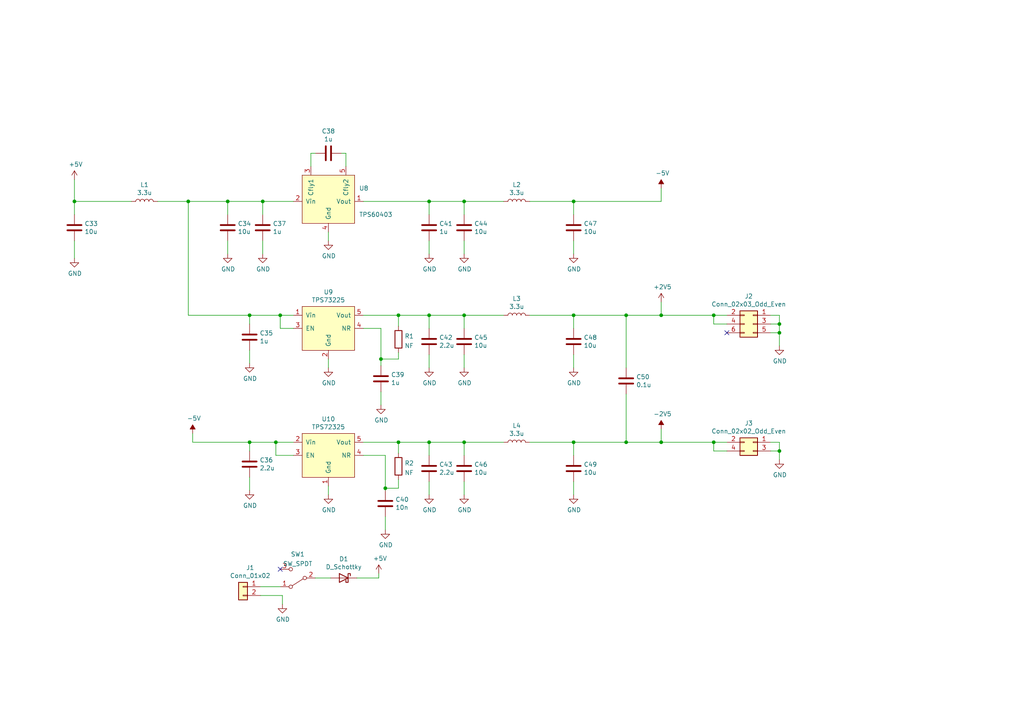
<source format=kicad_sch>
(kicad_sch (version 20211123) (generator eeschema)
  (paper "A4")
  (lib_symbols
    (symbol "Connector_Generic:Conn_01x02" (pin_names (offset 1.016) hide)
      (property "Reference" "J" (at 0 2.54 0))
      (property "Value" "Conn_01x02" (at 0 -5.08 0))
      (symbol "Conn_01x02_1_1"
        (rectangle (start -1.27 -2.413) (end 0 -2.667) (stroke (width 0.1524)))
        (rectangle (start -1.27 0.127) (end 0 -0.127) (stroke (width 0.1524)))
        (rectangle (start -1.27 1.27) (end 1.27 -3.81) (stroke (width 0.254)) (fill (type background)))
        (pin passive line (at -5.08 0 0) (length 3.81) (name "Pin_1") (number "1"))
        (pin passive line (at -5.08 -2.54 0) (length 3.81) (name "Pin_2") (number "2"))
      )
    )
    (symbol "Connector_Generic:Conn_02x02_Odd_Even" (pin_names (offset 1.016) hide)
      (property "Reference" "J" (at 1.27 2.54 0))
      (property "Value" "Conn_02x02_Odd_Even" (at 1.27 -5.08 0))
      (symbol "Conn_02x02_Odd_Even_1_1"
        (rectangle (start -1.27 -2.413) (end 0 -2.667) (stroke (width 0.1524)))
        (rectangle (start -1.27 0.127) (end 0 -0.127) (stroke (width 0.1524)))
        (rectangle (start -1.27 1.27) (end 3.81 -3.81) (stroke (width 0.254)) (fill (type background)))
        (rectangle (start 3.81 -2.413) (end 2.54 -2.667) (stroke (width 0.1524)))
        (rectangle (start 3.81 0.127) (end 2.54 -0.127) (stroke (width 0.1524)))
        (pin passive line (at -5.08 0 0) (length 3.81) (name "Pin_1") (number "1"))
        (pin passive line (at 7.62 0 180) (length 3.81) (name "Pin_2") (number "2"))
        (pin passive line (at -5.08 -2.54 0) (length 3.81) (name "Pin_3") (number "3"))
        (pin passive line (at 7.62 -2.54 180) (length 3.81) (name "Pin_4") (number "4"))
      )
    )
    (symbol "Connector_Generic:Conn_02x03_Odd_Even" (pin_names (offset 1.016) hide)
      (property "Reference" "J" (at 1.27 5.08 0))
      (property "Value" "Conn_02x03_Odd_Even" (at 1.27 -5.08 0))
      (symbol "Conn_02x03_Odd_Even_1_1"
        (rectangle (start -1.27 -2.413) (end 0 -2.667) (stroke (width 0.1524)))
        (rectangle (start -1.27 0.127) (end 0 -0.127) (stroke (width 0.1524)))
        (rectangle (start -1.27 2.667) (end 0 2.413) (stroke (width 0.1524)))
        (rectangle (start -1.27 3.81) (end 3.81 -3.81) (stroke (width 0.254)) (fill (type background)))
        (rectangle (start 3.81 -2.413) (end 2.54 -2.667) (stroke (width 0.1524)))
        (rectangle (start 3.81 0.127) (end 2.54 -0.127) (stroke (width 0.1524)))
        (rectangle (start 3.81 2.667) (end 2.54 2.413) (stroke (width 0.1524)))
        (pin passive line (at -5.08 2.54 0) (length 3.81) (name "Pin_1") (number "1"))
        (pin passive line (at 7.62 2.54 180) (length 3.81) (name "Pin_2") (number "2"))
        (pin passive line (at -5.08 0 0) (length 3.81) (name "Pin_3") (number "3"))
        (pin passive line (at 7.62 0 180) (length 3.81) (name "Pin_4") (number "4"))
        (pin passive line (at -5.08 -2.54 0) (length 3.81) (name "Pin_5") (number "5"))
        (pin passive line (at 7.62 -2.54 180) (length 3.81) (name "Pin_6") (number "6"))
      )
    )
    (symbol "Device:C" (pin_numbers hide) (pin_names (offset 0.254))
      (property "Reference" "C" (at 0.635 2.54 0))
      (property "Value" "C" (at 0.635 -2.54 0))
      (symbol "C_0_1"
        (polyline (pts (xy -2.032 -0.762) (xy 2.032 -0.762)) (stroke (width 0.508)))
        (polyline (pts (xy -2.032 0.762) (xy 2.032 0.762)) (stroke (width 0.508)))
      )
      (symbol "C_1_1"
        (pin passive line (at 0 3.81 270) (length 2.794) (name "~") (number "1"))
        (pin passive line (at 0 -3.81 90) (length 2.794) (name "~") (number "2"))
      )
    )
    (symbol "Device:D_Schottky" (pin_numbers hide) (pin_names (offset 1.016) hide)
      (property "Reference" "D" (at 0 2.54 0))
      (property "Value" "D_Schottky" (at 0 -2.54 0))
      (symbol "D_Schottky_0_1"
        (polyline (pts (xy 1.27 0) (xy -1.27 0)))
        (polyline (pts (xy 1.27 1.27) (xy 1.27 -1.27) (xy -1.27 0) (xy 1.27 1.27)) (stroke (width 0.254)))
        (polyline (pts (xy -1.905 0.635) (xy -1.905 1.27) (xy -1.27 1.27) (xy -1.27 -1.27) (xy -0.635 -1.27) (xy -0.635 -0.635)) (stroke (width 0.254)))
      )
      (symbol "D_Schottky_1_1"
        (pin passive line (at -3.81 0 0) (length 2.54) (name "K") (number "1"))
        (pin passive line (at 3.81 0 180) (length 2.54) (name "A") (number "2"))
      )
    )
    (symbol "Device:L" (pin_numbers hide) (pin_names (offset 1.016) hide)
      (property "Reference" "L" (at -1.27 0 90))
      (property "Value" "L" (at 1.905 0 90))
      (symbol "L_0_1"
        (arc (start 0 -2.54) (mid 0.635 -1.905) (end 0 -1.27))
        (arc (start 0 -1.27) (mid 0.635 -0.635) (end 0 0))
        (arc (start 0 0) (mid 0.635 0.635) (end 0 1.27))
        (arc (start 0 1.27) (mid 0.635 1.905) (end 0 2.54))
      )
      (symbol "L_1_1"
        (pin passive line (at 0 3.81 270) (length 1.27) (name "1") (number "1"))
        (pin passive line (at 0 -3.81 90) (length 1.27) (name "2") (number "2"))
      )
    )
    (symbol "Device:R" (pin_numbers hide) (pin_names (offset 0))
      (property "Reference" "R" (at 2.032 0 90))
      (property "Value" "R" (at 0 0 90))
      (symbol "R_0_1"
        (rectangle (start -1.016 -2.54) (end 1.016 2.54) (stroke (width 0.254)))
      )
      (symbol "R_1_1"
        (pin passive line (at 0 3.81 270) (length 1.27) (name "~") (number "1"))
        (pin passive line (at 0 -3.81 90) (length 1.27) (name "~") (number "2"))
      )
    )
    (symbol "OpenBCI_ESP32:TPS60403" (pin_names (offset 1.016))
      (property "Reference" "U" (at 5.08 -7.62 0))
      (property "Value" "TPS60403" (at -12.7 6.35 0))
      (symbol "TPS60403_0_1"
        (rectangle (start -7.62 7.62) (end 7.62 -6.35) (fill (type background)))
      )
      (symbol "TPS60403_1_1"
        (pin power_out line (at 10.16 0 180) (length 2.54) (name "Vout") (number "1"))
        (pin power_in line (at -10.16 0 0) (length 2.54) (name "Vin") (number "2"))
        (pin passive line (at -5.08 10.16 270) (length 2.54) (name "Cfly1") (number "3"))
        (pin power_in line (at 0 -8.89 90) (length 2.54) (name "Gnd") (number "4"))
        (pin passive line (at 5.08 10.16 270) (length 2.54) (name "Cfly2") (number "5"))
      )
    )
    (symbol "OpenBCI_ESP32:TPS72325" (pin_names (offset 1.016))
      (property "Reference" "U" (at 3.81 7.62 0))
      (property "Value" "TPS72325" (at -6.35 7.62 0))
      (symbol "TPS72325_1_1"
        (rectangle (start -7.62 6.35) (end 7.62 -6.35) (fill (type background)))
        (pin power_in line (at 0 -8.89 90) (length 2.54) (name "Gnd") (number "1"))
        (pin power_in line (at -10.16 3.81 0) (length 2.54) (name "Vin") (number "2"))
        (pin input line (at -10.16 0 0) (length 2.54) (name "EN") (number "3"))
        (pin passive line (at 10.16 0 180) (length 2.54) (name "NR") (number "4"))
        (pin power_out line (at 10.16 3.81 180) (length 2.54) (name "Vout") (number "5"))
      )
    )
    (symbol "OpenBCI_ESP32:TPS73225" (pin_names (offset 1.016))
      (property "Reference" "U" (at 3.81 7.62 0))
      (property "Value" "TPS73225" (at -7.62 7.62 0))
      (symbol "TPS73225_0_1"
        (rectangle (start -7.62 6.35) (end 7.62 -6.35) (fill (type background)))
      )
      (symbol "TPS73225_1_1"
        (pin power_in line (at -10.16 3.81 0) (length 2.54) (name "Vin") (number "1"))
        (pin power_in line (at 0 -8.89 90) (length 2.54) (name "Gnd") (number "2"))
        (pin input line (at -10.16 0 0) (length 2.54) (name "EN") (number "3"))
        (pin passive line (at 10.16 0 180) (length 2.54) (name "NR") (number "4"))
        (pin power_out line (at 10.16 3.81 180) (length 2.54) (name "Vout") (number "5"))
      )
    )
    (symbol "Switch:SW_SPDT" (pin_names (offset 0) hide)
      (property "Reference" "SW" (at 0 4.318 0))
      (property "Value" "SW_SPDT" (at 0 -5.08 0))
      (symbol "SW_SPDT_0_0"
        (circle (center -2.032 0) (radius 0.508))
        (circle (center 2.032 -2.54) (radius 0.508))
      )
      (symbol "SW_SPDT_0_1"
        (polyline (pts (xy -1.524 0.254) (xy 1.651 2.286)))
        (circle (center 2.032 2.54) (radius 0.508))
      )
      (symbol "SW_SPDT_1_1"
        (pin passive line (at 5.08 2.54 180) (length 2.54) (name "A") (number "1"))
        (pin passive line (at -5.08 0 0) (length 2.54) (name "B") (number "2"))
        (pin passive line (at 5.08 -2.54 180) (length 2.54) (name "C") (number "3"))
      )
    )
    (symbol "power:+2V5" (power) (pin_names (offset 0))
      (property "Value" "+2V5" (at 0 3.556 0))
      (symbol "+2V5_0_1"
        (polyline (pts (xy -0.762 1.27) (xy 0 2.54)))
        (polyline (pts (xy 0 0) (xy 0 2.54)))
        (polyline (pts (xy 0 2.54) (xy 0.762 1.27)))
      )
      (symbol "+2V5_1_1"
        (pin power_in line (at 0 0 90) (length 0) hide (name "+2V5") (number "1"))
      )
    )
    (symbol "power:+5V" (power) (pin_names (offset 0))
      (property "Value" "+5V" (at 0 3.556 0))
      (symbol "+5V_0_1"
        (polyline (pts (xy -0.762 1.27) (xy 0 2.54)))
        (polyline (pts (xy 0 0) (xy 0 2.54)))
        (polyline (pts (xy 0 2.54) (xy 0.762 1.27)))
      )
      (symbol "+5V_1_1"
        (pin power_in line (at 0 0 90) (length 0) hide (name "+5V") (number "1"))
      )
    )
    (symbol "power:-2V5" (power) (pin_names (offset 0))
      (property "Value" "-2V5" (at 0 3.81 0))
      (symbol "-2V5_0_0"
        (pin power_in line (at 0 0 90) (length 0) hide (name "-2V5") (number "1"))
      )
      (symbol "-2V5_0_1"
        (polyline (pts (xy 0 0) (xy 0 1.27) (xy 0.762 1.27) (xy 0 2.54) (xy -0.762 1.27) (xy 0 1.27)) (fill (type outline)))
      )
    )
    (symbol "power:-5V" (power) (pin_names (offset 0))
      (property "Value" "-5V" (at 0 3.81 0))
      (symbol "-5V_0_0"
        (pin power_in line (at 0 0 90) (length 0) hide (name "-5V") (number "1"))
      )
      (symbol "-5V_0_1"
        (polyline (pts (xy 0 0) (xy 0 1.27) (xy 0.762 1.27) (xy 0 2.54) (xy -0.762 1.27) (xy 0 1.27)) (fill (type outline)))
      )
    )
    (symbol "power:GND" (power) (pin_names (offset 0))
      (property "Value" "GND" (at 0 -3.81 0))
      (symbol "GND_0_1"
        (polyline (pts (xy 0 0) (xy 0 -1.27) (xy 1.27 -1.27) (xy 0 -2.54) (xy -1.27 -1.27) (xy 0 -1.27)))
      )
      (symbol "GND_1_1"
        (pin power_in line (at 0 0 270) (length 0) hide (name "GND") (number "1"))
      )
    )
  )
  (junction (at 207.01 128.27))
  (junction (at 124.46 58.42))
  (junction (at 111.76 141.605))
  (junction (at 76.2 58.42))
  (junction (at 80.01 128.27))
  (junction (at 115.57 128.27))
  (junction (at 115.57 91.44))
  (junction (at 66.04 58.42))
  (junction (at 134.62 128.27))
  (junction (at 207.01 91.44))
  (junction (at 181.61 128.27))
  (junction (at 166.37 58.42))
  (junction (at 226.06 93.98))
  (junction (at 124.46 128.27))
  (junction (at 226.06 96.52))
  (junction (at 181.61 91.44))
  (junction (at 166.37 91.44))
  (junction (at 72.39 91.44))
  (junction (at 21.59 58.42))
  (junction (at 110.49 104.14))
  (junction (at 81.28 91.44))
  (junction (at 134.62 91.44))
  (junction (at 134.62 58.42))
  (junction (at 124.46 91.44))
  (junction (at 191.77 91.44))
  (junction (at 191.77 128.27))
  (junction (at 54.61 58.42))
  (junction (at 72.39 128.27))
  (junction (at 166.37 128.27))
  (junction (at 226.06 130.81))
  (no_connect (at 81.28 165.1))
  (no_connect (at 210.82 96.52))
  (wire (pts (xy 226.06 96.52) (xy 226.06 100.33)))
  (wire (pts (xy 66.04 62.23) (xy 66.04 58.42)))
  (wire (pts (xy 191.77 124.46) (xy 191.77 128.27)))
  (wire (pts (xy 111.76 132.08) (xy 111.76 141.605)))
  (wire (pts (xy 223.52 128.27) (xy 226.06 128.27)))
  (wire (pts (xy 223.52 91.44) (xy 226.06 91.44)))
  (wire (pts (xy 134.62 143.51) (xy 134.62 139.7)))
  (wire (pts (xy 105.41 91.44) (xy 115.57 91.44)))
  (wire (pts (xy 153.67 91.44) (xy 166.37 91.44)))
  (wire (pts (xy 72.39 91.44) (xy 72.39 93.98)))
  (wire (pts (xy 110.49 117.475) (xy 110.49 113.665)))
  (wire (pts (xy 76.2 58.42) (xy 85.09 58.42)))
  (wire (pts (xy 54.61 58.42) (xy 66.04 58.42)))
  (wire (pts (xy 72.39 105.41) (xy 72.39 101.6)))
  (wire (pts (xy 80.01 128.27) (xy 85.09 128.27)))
  (wire (pts (xy 166.37 106.68) (xy 166.37 102.87)))
  (wire (pts (xy 207.01 128.27) (xy 191.77 128.27)))
  (wire (pts (xy 105.41 128.27) (xy 115.57 128.27)))
  (wire (pts (xy 115.57 139.065) (xy 115.57 141.605)))
  (wire (pts (xy 134.62 128.27) (xy 146.05 128.27)))
  (wire (pts (xy 166.37 58.42) (xy 191.77 58.42)))
  (wire (pts (xy 124.46 95.25) (xy 124.46 91.44)))
  (wire (pts (xy 226.06 128.27) (xy 226.06 130.81)))
  (wire (pts (xy 111.76 141.605) (xy 115.57 141.605)))
  (wire (pts (xy 95.25 104.14) (xy 95.25 106.68)))
  (wire (pts (xy 115.57 128.27) (xy 115.57 131.445)))
  (wire (pts (xy 134.62 62.23) (xy 134.62 58.42)))
  (wire (pts (xy 72.39 91.44) (xy 54.61 91.44)))
  (wire (pts (xy 207.01 93.98) (xy 207.01 91.44)))
  (wire (pts (xy 124.46 128.27) (xy 134.62 128.27)))
  (wire (pts (xy 226.06 130.81) (xy 226.06 133.35)))
  (wire (pts (xy 115.57 102.235) (xy 115.57 104.14)))
  (wire (pts (xy 134.62 106.68) (xy 134.62 102.87)))
  (wire (pts (xy 91.44 44.45) (xy 90.17 44.45)))
  (wire (pts (xy 105.41 132.08) (xy 111.76 132.08)))
  (wire (pts (xy 91.44 167.64) (xy 95.885 167.64)))
  (wire (pts (xy 81.28 91.44) (xy 72.39 91.44)))
  (wire (pts (xy 115.57 91.44) (xy 115.57 94.615)))
  (wire (pts (xy 166.37 58.42) (xy 166.37 62.23)))
  (wire (pts (xy 153.67 58.42) (xy 166.37 58.42)))
  (wire (pts (xy 81.28 95.25) (xy 81.28 91.44)))
  (wire (pts (xy 115.57 91.44) (xy 124.46 91.44)))
  (wire (pts (xy 110.49 95.25) (xy 110.49 104.14)))
  (wire (pts (xy 124.46 106.68) (xy 124.46 102.87)))
  (wire (pts (xy 21.59 58.42) (xy 21.59 62.23)))
  (wire (pts (xy 124.46 132.08) (xy 124.46 128.27)))
  (wire (pts (xy 166.37 73.66) (xy 166.37 69.85)))
  (wire (pts (xy 100.33 44.45) (xy 100.33 48.26)))
  (wire (pts (xy 124.46 73.66) (xy 124.46 69.85)))
  (wire (pts (xy 72.39 128.27) (xy 80.01 128.27)))
  (wire (pts (xy 110.49 104.14) (xy 110.49 106.045)))
  (wire (pts (xy 85.09 91.44) (xy 81.28 91.44)))
  (wire (pts (xy 153.67 128.27) (xy 166.37 128.27)))
  (wire (pts (xy 124.46 58.42) (xy 134.62 58.42)))
  (wire (pts (xy 207.01 130.81) (xy 207.01 128.27)))
  (wire (pts (xy 95.25 140.97) (xy 95.25 143.51)))
  (wire (pts (xy 75.565 170.18) (xy 81.28 170.18)))
  (wire (pts (xy 75.565 172.72) (xy 81.915 172.72)))
  (wire (pts (xy 21.59 52.07) (xy 21.59 58.42)))
  (wire (pts (xy 55.88 128.27) (xy 72.39 128.27)))
  (wire (pts (xy 166.37 91.44) (xy 181.61 91.44)))
  (wire (pts (xy 124.46 62.23) (xy 124.46 58.42)))
  (wire (pts (xy 166.37 128.27) (xy 166.37 132.08)))
  (wire (pts (xy 181.61 91.44) (xy 191.77 91.44)))
  (wire (pts (xy 66.04 58.42) (xy 76.2 58.42)))
  (wire (pts (xy 166.37 91.44) (xy 166.37 95.25)))
  (wire (pts (xy 166.37 128.27) (xy 181.61 128.27)))
  (wire (pts (xy 115.57 128.27) (xy 124.46 128.27)))
  (wire (pts (xy 134.62 73.66) (xy 134.62 69.85)))
  (wire (pts (xy 103.505 167.64) (xy 109.855 167.64)))
  (wire (pts (xy 90.17 44.45) (xy 90.17 48.26)))
  (wire (pts (xy 66.04 73.66) (xy 66.04 69.85)))
  (wire (pts (xy 191.77 54.61) (xy 191.77 58.42)))
  (wire (pts (xy 181.61 128.27) (xy 191.77 128.27)))
  (wire (pts (xy 223.52 93.98) (xy 226.06 93.98)))
  (wire (pts (xy 115.57 104.14) (xy 110.49 104.14)))
  (wire (pts (xy 191.77 87.63) (xy 191.77 91.44)))
  (wire (pts (xy 54.61 91.44) (xy 54.61 58.42)))
  (wire (pts (xy 134.62 132.08) (xy 134.62 128.27)))
  (wire (pts (xy 223.52 130.81) (xy 226.06 130.81)))
  (wire (pts (xy 95.25 67.31) (xy 95.25 69.85)))
  (wire (pts (xy 85.09 95.25) (xy 81.28 95.25)))
  (wire (pts (xy 226.06 91.44) (xy 226.06 93.98)))
  (wire (pts (xy 105.41 58.42) (xy 124.46 58.42)))
  (wire (pts (xy 99.06 44.45) (xy 100.33 44.45)))
  (wire (pts (xy 109.855 167.64) (xy 109.855 166.37)))
  (wire (pts (xy 124.46 91.44) (xy 134.62 91.44)))
  (wire (pts (xy 21.59 58.42) (xy 38.1 58.42)))
  (wire (pts (xy 80.01 132.08) (xy 80.01 128.27)))
  (wire (pts (xy 105.41 95.25) (xy 110.49 95.25)))
  (wire (pts (xy 134.62 95.25) (xy 134.62 91.44)))
  (wire (pts (xy 111.76 141.605) (xy 111.76 142.24)))
  (wire (pts (xy 81.915 172.72) (xy 81.915 175.26)))
  (wire (pts (xy 181.61 106.68) (xy 181.61 91.44)))
  (wire (pts (xy 45.72 58.42) (xy 54.61 58.42)))
  (wire (pts (xy 21.59 74.93) (xy 21.59 69.85)))
  (wire (pts (xy 72.39 130.81) (xy 72.39 128.27)))
  (wire (pts (xy 207.01 128.27) (xy 210.82 128.27)))
  (wire (pts (xy 166.37 143.51) (xy 166.37 139.7)))
  (wire (pts (xy 226.06 93.98) (xy 226.06 96.52)))
  (wire (pts (xy 72.39 138.43) (xy 72.39 142.24)))
  (wire (pts (xy 85.09 132.08) (xy 80.01 132.08)))
  (wire (pts (xy 210.82 93.98) (xy 207.01 93.98)))
  (wire (pts (xy 134.62 91.44) (xy 146.05 91.44)))
  (wire (pts (xy 134.62 58.42) (xy 146.05 58.42)))
  (wire (pts (xy 223.52 96.52) (xy 226.06 96.52)))
  (wire (pts (xy 111.76 153.67) (xy 111.76 149.86)))
  (wire (pts (xy 76.2 62.23) (xy 76.2 58.42)))
  (wire (pts (xy 55.88 128.27) (xy 55.88 125.73)))
  (wire (pts (xy 124.46 143.51) (xy 124.46 139.7)))
  (wire (pts (xy 210.82 91.44) (xy 207.01 91.44)))
  (wire (pts (xy 76.2 73.66) (xy 76.2 69.85)))
  (wire (pts (xy 181.61 114.3) (xy 181.61 128.27)))
  (wire (pts (xy 207.01 91.44) (xy 191.77 91.44)))
  (wire (pts (xy 210.82 130.81) (xy 207.01 130.81)))
  (symbol (lib_id "OpenBCI_ESP32:TPS60403") (at 95.25 58.42 0) (unit 1)
    (property "Reference" "U8" (at 104.14 54.61 0) (effects (justify left)))
    (property "Value" "TPS60403" (at 104.14 62.23 0) (effects (justify left)))
    (property "Footprint" "Package_TO_SOT_SMD:SOT-23-5" (effects hide))
  )
  (symbol (lib_id "OpenBCI_ESP32:TPS72325") (at 95.25 132.08 0) (unit 1)
    (property "Reference" "U10" (at 95.25 121.539 0))
    (property "Value" "TPS72325" (at 95.25 123.8504 0))
    (property "Footprint" "Package_TO_SOT_SMD:SOT-23-5" (effects hide))
  )
  (symbol (lib_id "OpenBCI_ESP32:TPS73225") (at 95.25 95.25 0) (unit 1)
    (property "Reference" "U9" (at 95.25 84.709 0))
    (property "Value" "TPS73225" (at 95.25 87.0204 0))
    (property "Footprint" "Package_TO_SOT_SMD:SOT-23-5" (effects hide))
  )
  (symbol (lib_id "Device:C") (at 21.59 66.04 0) (unit 1)
    (property "Reference" "C33" (at 24.511 64.8716 0) (effects (justify left)))
    (property "Value" "10u" (at 24.511 67.183 0) (effects (justify left)))
    (property "Footprint" "Capacitor_SMD:C_0805_2012Metric" (effects hide))
  )
  (symbol (lib_id "Device:C") (at 66.04 66.04 0) (unit 1)
    (property "Reference" "C34" (at 68.961 64.8716 0) (effects (justify left)))
    (property "Value" "10u" (at 68.961 67.183 0) (effects (justify left)))
    (property "Footprint" "Capacitor_SMD:C_0805_2012Metric" (effects hide))
  )
  (symbol (lib_id "Device:C") (at 76.2 66.04 0) (unit 1)
    (property "Reference" "C37" (at 79.121 64.8716 0) (effects (justify left)))
    (property "Value" "1u" (at 79.121 67.183 0) (effects (justify left)))
    (property "Footprint" "Capacitor_SMD:C_0603_1608Metric" (effects hide))
  )
  (symbol (lib_id "Device:C") (at 124.46 66.04 0) (unit 1)
    (property "Reference" "C41" (at 127.381 64.8716 0) (effects (justify left)))
    (property "Value" "1u" (at 127.381 67.183 0) (effects (justify left)))
    (property "Footprint" "Capacitor_SMD:C_0603_1608Metric" (effects hide))
  )
  (symbol (lib_id "Device:C") (at 134.62 66.04 0) (unit 1)
    (property "Reference" "C44" (at 137.541 64.8716 0) (effects (justify left)))
    (property "Value" "10u" (at 137.541 67.183 0) (effects (justify left)))
    (property "Footprint" "Capacitor_SMD:C_0805_2012Metric" (effects hide))
  )
  (symbol (lib_id "Device:C") (at 166.37 66.04 0) (unit 1)
    (property "Reference" "C47" (at 169.291 64.8716 0) (effects (justify left)))
    (property "Value" "10u" (at 169.291 67.183 0) (effects (justify left)))
    (property "Footprint" "Capacitor_SMD:C_0805_2012Metric" (effects hide))
  )
  (symbol (lib_id "Device:L") (at 41.91 58.42 90) (unit 1)
    (property "Reference" "L1" (at 41.91 53.594 90))
    (property "Value" "3.3u" (at 41.91 55.9054 90))
    (property "Footprint" "Inductor_SMD:L_0805_2012Metric" (effects hide))
  )
  (symbol (lib_id "Device:L") (at 149.86 58.42 90) (unit 1)
    (property "Reference" "L2" (at 149.86 53.594 90))
    (property "Value" "3.3u" (at 149.86 55.9054 90))
    (property "Footprint" "Inductor_SMD:L_0805_2012Metric" (effects hide))
  )
  (symbol (lib_id "Device:C") (at 95.25 44.45 90) (unit 1)
    (property "Reference" "C38" (at 95.25 38.0492 90))
    (property "Value" "1u" (at 95.25 40.3606 90))
    (property "Footprint" "Capacitor_SMD:C_0603_1608Metric" (effects hide))
  )
  (symbol (lib_id "Device:C") (at 72.39 97.79 0) (unit 1)
    (property "Reference" "C35" (at 75.311 96.6216 0) (effects (justify left)))
    (property "Value" "1u" (at 75.311 98.933 0) (effects (justify left)))
    (property "Footprint" "Capacitor_SMD:C_0603_1608Metric" (effects hide))
  )
  (symbol (lib_id "Device:C") (at 124.46 99.06 0) (unit 1)
    (property "Reference" "C42" (at 127.381 97.8916 0) (effects (justify left)))
    (property "Value" "2.2u" (at 127.381 100.203 0) (effects (justify left)))
    (property "Footprint" "Capacitor_SMD:C_0603_1608Metric" (effects hide))
  )
  (symbol (lib_id "Device:C") (at 134.62 99.06 0) (unit 1)
    (property "Reference" "C45" (at 137.541 97.8916 0) (effects (justify left)))
    (property "Value" "10u" (at 137.541 100.203 0) (effects (justify left)))
    (property "Footprint" "Capacitor_SMD:C_0805_2012Metric" (effects hide))
  )
  (symbol (lib_id "Device:C") (at 166.37 99.06 0) (unit 1)
    (property "Reference" "C48" (at 169.291 97.8916 0) (effects (justify left)))
    (property "Value" "10u" (at 169.291 100.203 0) (effects (justify left)))
    (property "Footprint" "Capacitor_SMD:C_0805_2012Metric" (effects hide))
  )
  (symbol (lib_id "Device:L") (at 149.86 91.44 90) (unit 1)
    (property "Reference" "L3" (at 149.86 86.614 90))
    (property "Value" "3.3u" (at 149.86 88.9254 90))
    (property "Footprint" "Inductor_SMD:L_0805_2012Metric" (effects hide))
  )
  (symbol (lib_id "Device:C") (at 124.46 135.89 0) (unit 1)
    (property "Reference" "C43" (at 127.381 134.7216 0) (effects (justify left)))
    (property "Value" "2.2u" (at 127.381 137.033 0) (effects (justify left)))
    (property "Footprint" "Capacitor_SMD:C_0603_1608Metric" (effects hide))
  )
  (symbol (lib_id "Device:C") (at 134.62 135.89 0) (unit 1)
    (property "Reference" "C46" (at 137.541 134.7216 0) (effects (justify left)))
    (property "Value" "10u" (at 137.541 137.033 0) (effects (justify left)))
    (property "Footprint" "Capacitor_SMD:C_0805_2012Metric" (effects hide))
  )
  (symbol (lib_id "Device:C") (at 166.37 135.89 0) (unit 1)
    (property "Reference" "C49" (at 169.291 134.7216 0) (effects (justify left)))
    (property "Value" "10u" (at 169.291 137.033 0) (effects (justify left)))
    (property "Footprint" "Capacitor_SMD:C_0805_2012Metric" (effects hide))
  )
  (symbol (lib_id "Device:L") (at 149.86 128.27 90) (unit 1)
    (property "Reference" "L4" (at 149.86 123.444 90))
    (property "Value" "3.3u" (at 149.86 125.7554 90))
    (property "Footprint" "Inductor_SMD:L_0805_2012Metric" (effects hide))
  )
  (symbol (lib_id "Device:C") (at 110.49 109.855 0) (unit 1)
    (property "Reference" "C39" (at 113.411 108.6866 0) (effects (justify left)))
    (property "Value" "1u" (at 113.411 110.998 0) (effects (justify left)))
    (property "Footprint" "Capacitor_SMD:C_0603_1608Metric" (effects hide))
  )
  (symbol (lib_id "Device:C") (at 111.76 146.05 0) (unit 1)
    (property "Reference" "C40" (at 114.681 144.8816 0) (effects (justify left)))
    (property "Value" "10n" (at 114.681 147.193 0) (effects (justify left)))
    (property "Footprint" "Capacitor_SMD:C_0603_1608Metric" (effects hide))
  )
  (symbol (lib_id "power:+5V") (at 21.59 52.07 0) (unit 1)
    (property "Reference" "#PWR023" (effects hide))
    (property "Value" "+5V" (at 21.971 47.6758 0))
  )
  (symbol (lib_id "power:+2V5") (at 191.77 87.63 0) (unit 1)
    (property "Reference" "#PWR045" (effects hide))
    (property "Value" "+2V5" (at 192.151 83.2358 0))
  )
  (symbol (lib_id "power:-2V5") (at 191.77 124.46 0) (unit 1)
    (property "Reference" "#PWR046" (effects hide))
    (property "Value" "-2V5" (at 192.151 120.0658 0))
  )
  (symbol (lib_id "power:-5V") (at 191.77 54.61 0) (unit 1)
    (property "Reference" "#PWR044" (effects hide))
    (property "Value" "-5V" (at 192.151 50.2158 0))
  )
  (symbol (lib_id "Device:C") (at 72.39 134.62 0) (unit 1)
    (property "Reference" "C36" (at 75.311 133.4516 0) (effects (justify left)))
    (property "Value" "2.2u" (at 75.311 135.763 0) (effects (justify left)))
    (property "Footprint" "Capacitor_SMD:C_0603_1608Metric" (effects hide))
  )
  (symbol (lib_id "power:-5V") (at 55.88 125.73 0) (unit 1)
    (property "Reference" "#PWR025" (effects hide))
    (property "Value" "-5V" (at 56.261 121.3358 0))
  )
  (symbol (lib_id "Connector_Generic:Conn_01x02") (at 70.485 170.18 0) (mirror y) (unit 1)
    (property "Reference" "J1" (at 72.5678 164.6682 0))
    (property "Value" "Conn_01x02" (at 72.5678 166.9796 0))
    (property "Footprint" "Connector_JST:JST_PH_S2B-PH-SM4-TB_1x02-1MP_P2.00mm_Horizontal" (effects hide))
  )
  (symbol (lib_id "Device:D_Schottky") (at 99.695 167.64 0) (mirror y) (unit 1)
    (property "Reference" "D1" (at 99.695 162.1282 0))
    (property "Value" "D_Schottky" (at 99.695 164.4396 0))
    (property "Footprint" "Diode_SMD:D_SOD-123" (effects hide))
  )
  (symbol (lib_id "power:+5V") (at 109.855 166.37 0) (unit 1)
    (property "Reference" "#PWR0101" (effects hide))
    (property "Value" "+5V" (at 110.236 161.9758 0))
  )
  (symbol (lib_id "Device:C") (at 181.61 110.49 0) (unit 1)
    (property "Reference" "C50" (at 184.531 109.3216 0) (effects (justify left)))
    (property "Value" "0.1u" (at 184.531 111.633 0) (effects (justify left)))
    (property "Footprint" "Capacitor_SMD:C_0603_1608Metric" (effects hide))
  )
  (symbol (lib_id "power:GND") (at 81.915 175.26 0) (unit 1)
    (property "Reference" "#PWR0102" (effects hide))
    (property "Value" "GND" (at 82.042 179.6542 0))
  )
  (symbol (lib_id "Connector_Generic:Conn_02x02_Odd_Even") (at 218.44 128.27 0) (mirror y) (unit 1)
    (property "Reference" "J3" (at 217.17 122.7582 0))
    (property "Value" "Conn_02x02_Odd_Even" (at 217.17 125.0696 0))
    (property "Footprint" "OpenBCI_ESP32:PinHeaderReverse_2x02_P2.54mml_OpenBCI" (effects hide))
  )
  (symbol (lib_id "power:GND") (at 226.06 100.33 0) (unit 1)
    (property "Reference" "#PWR0103" (effects hide))
    (property "Value" "GND" (at 226.187 104.7242 0))
  )
  (symbol (lib_id "power:GND") (at 226.06 133.35 0) (unit 1)
    (property "Reference" "#PWR0104" (effects hide))
    (property "Value" "GND" (at 226.187 137.7442 0))
  )
  (symbol (lib_id "Connector_Generic:Conn_02x03_Odd_Even") (at 218.44 93.98 0) (mirror y) (unit 1)
    (property "Reference" "J2" (at 217.17 85.9282 0))
    (property "Value" "Conn_02x03_Odd_Even" (at 217.17 88.2396 0))
    (property "Footprint" "OpenBCI_ESP32:PinHeaderReverse_2x03_P2.54mm_OpenBCI" (effects hide))
  )
  (symbol (lib_id "power:GND") (at 21.59 74.93 0) (unit 1)
    (property "Reference" "#PWR024" (effects hide))
    (property "Value" "GND" (at 21.717 79.3242 0))
  )
  (symbol (lib_id "power:GND") (at 66.04 73.66 0) (unit 1)
    (property "Reference" "#PWR026" (effects hide))
    (property "Value" "GND" (at 66.167 78.0542 0))
  )
  (symbol (lib_id "power:GND") (at 76.2 73.66 0) (unit 1)
    (property "Reference" "#PWR029" (effects hide))
    (property "Value" "GND" (at 76.327 78.0542 0))
  )
  (symbol (lib_id "power:GND") (at 95.25 69.85 0) (unit 1)
    (property "Reference" "#PWR030" (effects hide))
    (property "Value" "GND" (at 95.377 74.2442 0))
  )
  (symbol (lib_id "power:GND") (at 124.46 73.66 0) (unit 1)
    (property "Reference" "#PWR035" (effects hide))
    (property "Value" "GND" (at 124.587 78.0542 0))
  )
  (symbol (lib_id "power:GND") (at 134.62 73.66 0) (unit 1)
    (property "Reference" "#PWR038" (effects hide))
    (property "Value" "GND" (at 134.747 78.0542 0))
  )
  (symbol (lib_id "power:GND") (at 166.37 73.66 0) (unit 1)
    (property "Reference" "#PWR041" (effects hide))
    (property "Value" "GND" (at 166.497 78.0542 0))
  )
  (symbol (lib_id "power:GND") (at 166.37 106.68 0) (unit 1)
    (property "Reference" "#PWR042" (effects hide))
    (property "Value" "GND" (at 166.497 111.0742 0))
  )
  (symbol (lib_id "power:GND") (at 134.62 106.68 0) (unit 1)
    (property "Reference" "#PWR039" (effects hide))
    (property "Value" "GND" (at 134.747 111.0742 0))
  )
  (symbol (lib_id "power:GND") (at 124.46 106.68 0) (unit 1)
    (property "Reference" "#PWR036" (effects hide))
    (property "Value" "GND" (at 124.587 111.0742 0))
  )
  (symbol (lib_id "power:GND") (at 110.49 117.475 0) (unit 1)
    (property "Reference" "#PWR033" (effects hide))
    (property "Value" "GND" (at 110.617 121.8692 0))
  )
  (symbol (lib_id "power:GND") (at 95.25 106.68 0) (unit 1)
    (property "Reference" "#PWR031" (effects hide))
    (property "Value" "GND" (at 95.377 111.0742 0))
  )
  (symbol (lib_id "power:GND") (at 72.39 105.41 0) (unit 1)
    (property "Reference" "#PWR027" (effects hide))
    (property "Value" "GND" (at 72.517 109.8042 0))
  )
  (symbol (lib_id "power:GND") (at 72.39 142.24 0) (unit 1)
    (property "Reference" "#PWR028" (effects hide))
    (property "Value" "GND" (at 72.517 146.6342 0))
  )
  (symbol (lib_id "power:GND") (at 95.25 143.51 0) (unit 1)
    (property "Reference" "#PWR032" (effects hide))
    (property "Value" "GND" (at 95.377 147.9042 0))
  )
  (symbol (lib_id "power:GND") (at 111.76 153.67 0) (unit 1)
    (property "Reference" "#PWR034" (effects hide))
    (property "Value" "GND" (at 111.887 158.0642 0))
  )
  (symbol (lib_id "power:GND") (at 124.46 143.51 0) (unit 1)
    (property "Reference" "#PWR037" (effects hide))
    (property "Value" "GND" (at 124.587 147.9042 0))
  )
  (symbol (lib_id "power:GND") (at 134.62 143.51 0) (unit 1)
    (property "Reference" "#PWR040" (effects hide))
    (property "Value" "GND" (at 134.747 147.9042 0))
  )
  (symbol (lib_id "power:GND") (at 166.37 143.51 0) (unit 1)
    (property "Reference" "#PWR043" (effects hide))
    (property "Value" "GND" (at 166.497 147.9042 0))
  )
  (symbol (lib_id "Device:R") (at 115.57 135.255 0) (unit 1)
    (property "Reference" "R2" (at 117.348 134.3465 0) (effects (justify left)))
    (property "Value" "NF" (at 117.348 137.1216 0) (effects (justify left)))
    (property "Footprint" "Resistor_SMD:R_0603_1608Metric" (effects hide))
  )
  (symbol (lib_id "Device:R") (at 115.57 98.425 0) (unit 1)
    (property "Reference" "R1" (at 117.348 97.5165 0) (effects (justify left)))
    (property "Value" "NF" (at 117.348 100.2916 0) (effects (justify left)))
    (property "Footprint" "Resistor_SMD:R_0603_1608Metric" (effects hide))
  )
  (symbol (lib_id "Switch:SW_SPDT") (at 86.36 167.64 180) (unit 1)
    (property "Reference" "SW1" (at 86.36 160.7525 0))
    (property "Value" "SW_SPDT" (at 86.36 163.5276 0))
    (property "Footprint" "Button_Switch_SMD:SW_SPDT_CK-JS102011SAQN" (effects hide))
  )
)
</source>
